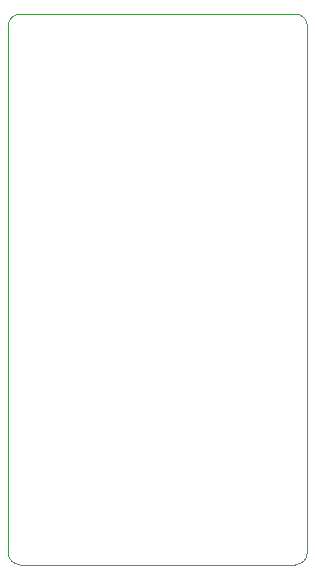
<source format=gbr>
G04 #@! TF.GenerationSoftware,KiCad,Pcbnew,5.0.2-5.fc29*
G04 #@! TF.CreationDate,2019-03-13T23:33:12-07:00*
G04 #@! TF.ProjectId,electroscope_pth,656c6563-7472-46f7-9363-6f70655f7074,rev?*
G04 #@! TF.SameCoordinates,Original*
G04 #@! TF.FileFunction,Profile,NP*
%FSLAX46Y46*%
G04 Gerber Fmt 4.6, Leading zero omitted, Abs format (unit mm)*
G04 Created by KiCad (PCBNEW 5.0.2-5.fc29) date Wed 13 Mar 2019 11:33:12 PM PDT*
%MOMM*%
%LPD*%
G01*
G04 APERTURE LIST*
%ADD10C,0.100000*%
G04 APERTURE END LIST*
D10*
X151384000Y-68199000D02*
X128079500Y-68199000D01*
X127063500Y-113792000D02*
X127063500Y-69215000D01*
X127063500Y-69215000D02*
G75*
G02X128079500Y-68199000I1016000J0D01*
G01*
X151384000Y-68199000D02*
G75*
G02X152400000Y-69215000I0J-1016000D01*
G01*
X152400000Y-113792000D02*
G75*
G02X151384000Y-114808000I-1016000J0D01*
G01*
X128079500Y-114808000D02*
G75*
G02X127063500Y-113792000I0J1016000D01*
G01*
X152400000Y-69215000D02*
X152400000Y-113792000D01*
X151384000Y-114808000D02*
X128079500Y-114808000D01*
M02*

</source>
